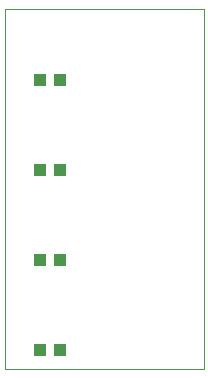
<source format=gtp>
G75*
%MOIN*%
%OFA0B0*%
%FSLAX24Y24*%
%IPPOS*%
%LPD*%
%AMOC8*
5,1,8,0,0,1.08239X$1,22.5*
%
%ADD10C,0.0000*%
%ADD11R,0.0433X0.0394*%
D10*
X000100Y000125D02*
X000100Y012121D01*
X006720Y012121D01*
X006720Y000125D01*
X000100Y000125D01*
D11*
X001265Y000750D03*
X001935Y000750D03*
X001935Y003750D03*
X001265Y003750D03*
X001265Y006750D03*
X001935Y006750D03*
X001935Y009750D03*
X001265Y009750D03*
M02*

</source>
